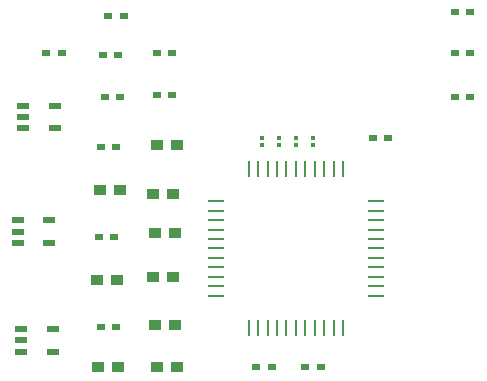
<source format=gbr>
G04 DipTrace 4.0.0.2*
G04 TopPaste.gbr*
%MOIN*%
G04 #@! TF.FileFunction,Paste,Top*
G04 #@! TF.Part,Single*
%AMOUTLINE2*
4,1,28,
-0.0043,0.005313,
0.0043,0.005314,
0.004857,0.00524,
0.005256,0.005075,
0.005599,0.004812,
0.005862,0.004469,
0.006027,0.00407,
0.006101,0.003513,
0.006101,-0.003512,
0.006028,-0.00407,
0.005862,-0.004469,
0.005599,-0.004812,
0.005257,-0.005075,
0.004858,-0.00524,
0.0043,-0.005313,
-0.0043,-0.005314,
-0.004857,-0.00524,
-0.005256,-0.005075,
-0.005599,-0.004812,
-0.005862,-0.004469,
-0.006027,-0.00407,
-0.006101,-0.003513,
-0.006101,0.003512,
-0.006028,0.00407,
-0.005862,0.004469,
-0.005599,0.004812,
-0.005257,0.005075,
-0.004858,0.00524,
-0.0043,0.005313,
0*%
%ADD40R,0.039367X0.019682*%
%ADD44R,0.031493X0.023619*%
%ADD50R,0.055115X0.00984*%
%ADD52R,0.00984X0.055115*%
%ADD62R,0.039367X0.03543*%
%ADD68OUTLINE2*%
%FSLAX26Y26*%
G04*
G70*
G90*
G75*
G01*
G04 TopPaste*
%LPD*%
D62*
X1047734Y499948D3*
X1114663D3*
X1302162Y637450D3*
X1235233Y637449D3*
X1308414Y499949D3*
X1241485Y499947D3*
X1302162Y943701D3*
X1235233Y943699D3*
X1295914Y799951D3*
X1228985Y799948D3*
X1041483Y787450D3*
X1108413Y787452D3*
X1053983Y1087451D3*
X1120913D3*
X1308414Y1237450D3*
X1241485Y1237449D3*
X1295914Y1074951D3*
X1228985Y1074950D3*
D52*
X1548718Y1159447D3*
X1580214D3*
X1611710D3*
X1643207D3*
X1674703D3*
X1706199D3*
X1737695D3*
X1769191D3*
X1800687D3*
X1832183D3*
X1863679D3*
X1548718Y627951D3*
X1580214D3*
X1611710D3*
X1643207D3*
X1674703D3*
X1706199D3*
X1737695D3*
X1769191D3*
X1800687D3*
X1832183D3*
X1863679D3*
D50*
X1971947Y1051179D3*
Y1019683D3*
Y988187D3*
Y956691D3*
Y925195D3*
Y893699D3*
Y862203D3*
Y830707D3*
Y799210D3*
Y767714D3*
Y736218D3*
X1440451Y1051179D3*
Y1019683D3*
Y988187D3*
Y956691D3*
Y925195D3*
Y893699D3*
Y862203D3*
Y830707D3*
Y799210D3*
Y767714D3*
Y736218D3*
D68*
X1762448Y1262154D3*
Y1237745D3*
X1706198Y1262154D3*
X1706199Y1237745D3*
D44*
X1961857Y1262449D3*
X2013039D3*
X1049357Y931199D3*
X1100539Y931201D3*
X1068108Y1399951D3*
X1119289D3*
X1061857Y1537451D3*
X1113039D3*
X874359Y1543699D3*
X925540D3*
X1055608Y631200D3*
X1106789D3*
X1055608Y1231200D3*
X1106789D3*
X2236856Y1543699D3*
X2288037D3*
X2236856Y1681197D3*
X2288037D3*
X2236856Y1399948D3*
X2288037D3*
X1243107Y1543700D3*
X1294288D3*
X1243107Y1406199D3*
X1294288D3*
X1080608Y1668699D3*
X1131789D3*
X1736857Y499949D3*
X1788039D3*
X1574359D3*
X1625540D3*
D68*
X1593697Y1262154D3*
X1593698Y1237745D3*
X1649946Y1262154D3*
X1649947Y1237745D3*
D40*
X790549Y624850D3*
Y587448D3*
Y550046D3*
X896848D3*
Y624850D3*
X778048Y987348D3*
X778049Y949947D3*
X778050Y912545D3*
X884350Y912548D3*
X884347Y987351D3*
X796798Y1368600D3*
Y1331199D3*
Y1293797D3*
X903098D3*
Y1368600D3*
M02*

</source>
